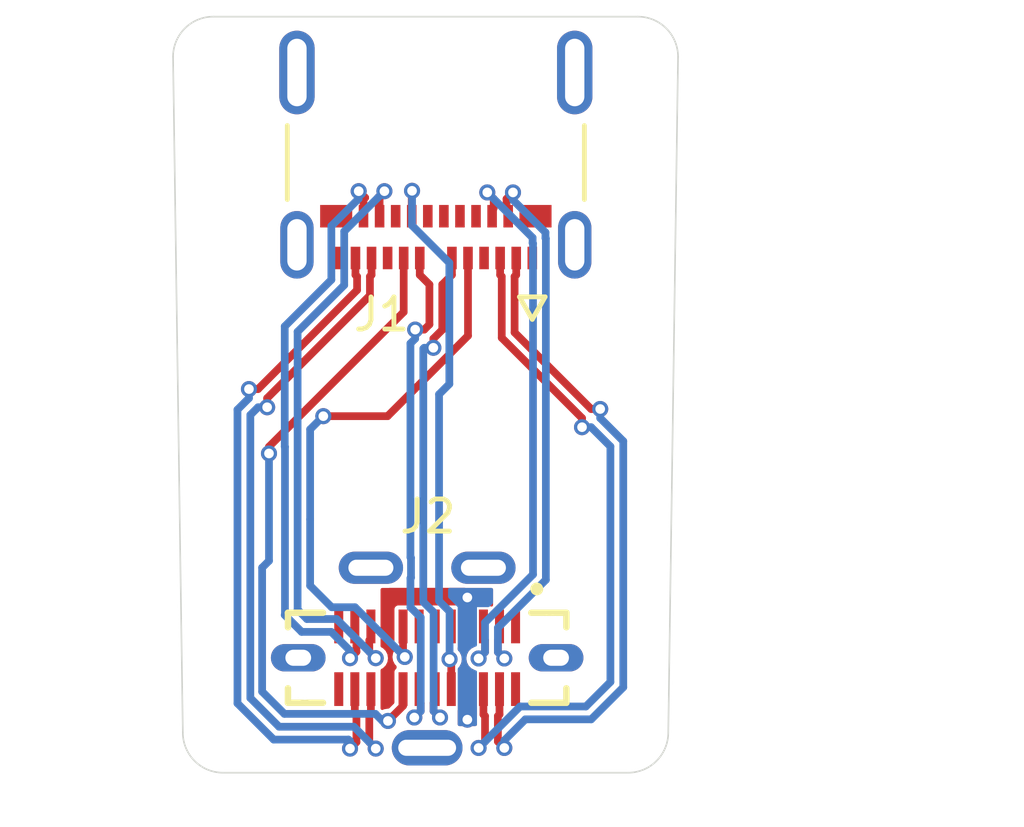
<source format=kicad_pcb>
(kicad_pcb (version 20240108) (generator "pcbnew") (generator_version "8.0")
  (layers (0 "F.Cu" signal) (31 "B.Cu" signal) (34 "B.Paste" user) (35 "F.Paste" user) (36 "B.SilkS" user "B.Silkscreen") (37 "F.SilkS" user "F.Silkscreen") (38 "B.Mask" user) (39 "F.Mask" user) (44 "Edge.Cuts" user))
  (net 0 "")
  (net 1 "/TX1-")
  (net 2 "/TX1+")
  (net 3 "/PC_B5")
  (net 4 "/VBUS")
  (net 5 "/RX1+")
  (net 6 "/GND")
  (net 8 "/RX2+")
  (net 10 "/TX2+")
  (net 11 "/PC_A5")
  (net 12 "/D-")
  (net 13 "/D+")
  (net 14 "/RX2-")
  (net 15 "/RX1-")
  (net 16 "/TX2-")
  (net 17 "/PC_A8")
  (footprint "JLC:GCT_USB4151-GF-C_REVA" (layer "F.Cu") (at 132.05 84.775)
    (property "Reference" "J2" (at 0.025 -4.395 0) (layer "F.SilkS"))
    (property "Value" "USB4151-GF-C_REVA")
    (fp_line (start -4.33 -1.4) (end -4.33 -0.95) (stroke (width 0.2)) (layer "F.SilkS"))
    (fp_line (start -4.33 0.95) (end -4.33 1.4) (stroke (width 0.2)) (layer "F.SilkS"))
    (fp_line (start -4.33 1.4) (end -3.24 1.4) (stroke (width 0.2)) (layer "F.SilkS"))
    (fp_line (start -3.24 -1.4) (end -4.33 -1.4) (stroke (width 0.2)) (layer "F.SilkS"))
    (fp_line (start 3.24 1.4) (end 4.33 1.4) (stroke (width 0.2)) (layer "F.SilkS"))
    (fp_line (start 4.33 -1.4) (end 3.24 -1.4) (stroke (width 0.2)) (layer "F.SilkS"))
    (fp_line (start 4.33 -0.95) (end 4.33 -1.4) (stroke (width 0.2)) (layer "F.SilkS"))
    (fp_line (start 4.33 1.4) (end 4.33 0.95) (stroke (width 0.2)) (layer "F.SilkS"))
    (fp_circle (center 3.41 -2.14) (end 3.51 -2.14) (stroke (width 0.2)) (fill none) (layer "F.SilkS"))
    (pad "" np_thru_hole circle (at -3.81 0.93) (size 0.75 0.75) (drill 0.75) (layers "*.Cu" "*.Mask"))
    (pad "" np_thru_hole circle (at 3.81 -0.92) (size 0.75 0.75) (drill 0.75) (layers "*.Cu" "*.Mask"))
    (pad "A1" smd rect (at 2.75 -0.975) (size 0.28 1.05) (layers "F.Cu" "F.Paste" "F.Mask") (net 6 "/GND"))
    (pad "A2" smd rect (at 2.25 -0.975) (size 0.28 1.05) (layers "F.Cu" "F.Paste" "F.Mask") (net 5 "/RX1+"))
    (pad "A3" smd rect (at 1.75 -0.975) (size 0.28 1.05) (layers "F.Cu" "F.Paste" "F.Mask") (net 15 "/RX1-"))
    (pad "A4" smd rect (at 1.25 -0.975) (size 0.28 1.05) (layers "F.Cu" "F.Paste" "F.Mask") (net 4 "/VBUS"))
    (pad "A5" smd rect (at 0.75 -0.975) (size 0.28 1.05) (layers "F.Cu" "F.Paste" "F.Mask"))
    (pad "A6" smd rect (at 0.25 -0.975) (size 0.28 1.05) (layers "F.Cu" "F.Paste" "F.Mask"))
    (pad "A7" smd rect (at -0.25 -0.975) (size 0.28 1.05) (layers "F.Cu" "F.Paste" "F.Mask"))
    (pad "A8" smd rect (at -0.75 -0.975) (size 0.28 1.05) (layers "F.Cu" "F.Paste" "F.Mask") (net 11 "/PC_A5"))
    (pad "A9" smd rect (at -1.25 -0.975) (size 0.28 1.05) (layers "F.Cu" "F.Paste" "F.Mask") (net 4 "/VBUS"))
    (pad "A10" smd rect (at -1.75 -0.975) (size 0.28 1.05) (layers "F.Cu" "F.Paste" "F.Mask") (net 16 "/TX2-"))
    (pad "A11" smd rect (at -2.25 -0.975) (size 0.28 1.05) (layers "F.Cu" "F.Paste" "F.Mask") (net 10 "/TX2+"))
    (pad "A12" smd rect (at -2.75 -0.975) (size 0.28 1.05) (layers "F.Cu" "F.Paste" "F.Mask") (net 6 "/GND"))
    (pad "B1" smd rect (at -2.75 0.975) (size 0.28 1.05) (layers "F.Cu" "F.Paste" "F.Mask") (net 6 "/GND"))
    (pad "B2" smd rect (at -2.25 0.975) (size 0.28 1.05) (layers "F.Cu" "F.Paste" "F.Mask") (net 8 "/RX2+"))
    (pad "B3" smd rect (at -1.75 0.975) (size 0.28 1.05) (layers "F.Cu" "F.Paste" "F.Mask") (net 14 "/RX2-"))
    (pad "B4" smd rect (at -1.25 0.975) (size 0.28 1.05) (layers "F.Cu" "F.Paste" "F.Mask") (net 4 "/VBUS"))
    (pad "B5" smd rect (at -0.75 0.975) (size 0.28 1.05) (layers "F.Cu" "F.Paste" "F.Mask") (net 17 "/PC_A8"))
    (pad "B6" smd rect (at -0.25 0.975) (size 0.28 1.05) (layers "F.Cu" "F.Paste" "F.Mask") (net 12 "/D-"))
    (pad "B7" smd rect (at 0.25 0.975) (size 0.28 1.05) (layers "F.Cu" "F.Paste" "F.Mask") (net 13 "/D+"))
    (pad "B8" smd rect (at 0.75 0.975) (size 0.28 1.05) (layers "F.Cu" "F.Paste" "F.Mask") (net 3 "/PC_B5"))
    (pad "B9" smd rect (at 1.25 0.975) (size 0.28 1.05) (layers "F.Cu" "F.Paste" "F.Mask") (net 4 "/VBUS"))
    (pad "B10" smd rect (at 1.75 0.975) (size 0.28 1.05) (layers "F.Cu" "F.Paste" "F.Mask") (net 1 "/TX1-"))
    (pad "B11" smd rect (at 2.25 0.975) (size 0.28 1.05) (layers "F.Cu" "F.Paste" "F.Mask") (net 2 "/TX1+"))
    (pad "B12" smd rect (at 2.75 0.975) (size 0.28 1.05) (layers "F.Cu" "F.Paste" "F.Mask") (net 6 "/GND"))
    (pad "S1" thru_hole oval (at -4.01 0) (size 1.7 0.85) (drill oval 0.8 0.5) (layers "*.Cu" "*.Mask") (net 6 "/GND"))
    (pad "S2" thru_hole oval (at -1.75 -2.8) (size 2 1) (drill oval 1.4 0.5) (layers "*.Cu" "*.Mask") (net 6 "/GND"))
    (pad "S3" thru_hole oval (at 1.75 -2.8) (size 2 1) (drill oval 1.4 0.5) (layers "*.Cu" "*.Mask") (net 6 "/GND"))
    (pad "S4" thru_hole oval (at 4.01 0) (size 1.7 0.85) (drill oval 0.8 0.5) (layers "*.Cu" "*.Mask") (net 6 "/GND"))
    (pad "S5" thru_hole oval (at 0 2.8) (size 2.2 1.1) (drill oval 1.8 0.5) (layers "*.Cu" "*.Mask") (net 6 "/GND"))
  )
  (footprint "JLC:MOLEX_1054500101" (layer "F.Cu") (at 132.32 64.8 180)
    (property "Reference" "J1" (at 1.685 -9.295 180) (layer "F.SilkS"))
    (property "Value" "1054500101")
    (fp_line (start 4.62 -3.42) (end 4.62 -5.72) (stroke (width 0.15)) (layer "F.SilkS"))
    (fp_line (start -2.6 -8.748) (end -3 -9.448) (stroke (width 0.15)) (layer "F.SilkS"))
    (fp_line (start -3 -9.448) (end -3.4 -8.748) (stroke (width 0.15)) (layer "F.SilkS"))
    (fp_line (start -3.4 -8.748) (end -2.6 -8.748) (stroke (width 0.15)) (layer "F.SilkS"))
    (fp_line (start -4.62 -3.42) (end -4.62 -5.72) (stroke (width 0.15)) (layer "F.SilkS"))
    (pad "A1" smd rect (at -3 -7.54 180) (size 0.298 0.7) (layers "F.Cu" "F.Paste") (net 6 "/GND"))
    (pad "A2" smd rect (at -2.5 -7.54 180) (size 0.298 0.7) (layers "F.Cu" "F.Paste") (net 2 "/TX1+"))
    (pad "A3" smd rect (at -2 -7.54 180) (size 0.298 0.7) (layers "F.Cu" "F.Paste") (net 1 "/TX1-"))
    (pad "A4" smd rect (at -1.5 -7.54 180) (size 0.298 0.7) (layers "F.Cu" "F.Paste") (net 4 "/VBUS"))
    (pad "A5" smd rect (at -1 -7.54 180) (size 0.298 0.7) (layers "F.Cu" "F.Paste") (net 11 "/PC_A5"))
    (pad "A6" smd rect (at -0.5 -7.54 180) (size 0.298 0.7) (layers "F.Cu" "F.Paste") (net 13 "/D+"))
    (pad "A7" smd rect (at 0.5 -7.54 180) (size 0.298 0.7) (layers "F.Cu" "F.Paste") (net 12 "/D-"))
    (pad "A8" smd rect (at 1 -7.54 180) (size 0.298 0.7) (layers "F.Cu" "F.Paste") (net 17 "/PC_A8"))
    (pad "A9" smd rect (at 1.5 -7.54 180) (size 0.298 0.7) (layers "F.Cu" "F.Paste") (net 4 "/VBUS"))
    (pad "A10" smd rect (at 2 -7.54 180) (size 0.298 0.7) (layers "F.Cu" "F.Paste") (net 14 "/RX2-"))
    (pad "A11" smd rect (at 2.5 -7.54 180) (size 0.298 0.7) (layers "F.Cu" "F.Paste") (net 8 "/RX2+"))
    (pad "A12" smd rect (at 3 -7.54 180) (size 0.298 0.7) (layers "F.Cu" "F.Paste") (net 6 "/GND"))
    (pad "B1" smd rect (at 3.1 -6.24 180) (size 0.998 0.7) (layers "F.Cu" "F.Paste") (net 6 "/GND"))
    (pad "B2" smd rect (at 2.25 -6.24 180) (size 0.298 0.7) (layers "F.Cu" "F.Paste") (net 10 "/TX2+"))
    (pad "B3" smd rect (at 1.75 -6.24 180) (size 0.298 0.7) (layers "F.Cu" "F.Paste") (net 16 "/TX2-"))
    (pad "B4" smd rect (at 1.25 -6.24 180) (size 0.298 0.7) (layers "F.Cu" "F.Paste") (net 4 "/VBUS"))
    (pad "B5" smd rect (at 0.75 -6.24 180) (size 0.298 0.7) (layers "F.Cu" "F.Paste") (net 3 "/PC_B5"))
    (pad "B6" smd rect (at 0.25 -6.24 180) (size 0.298 0.7) (layers "F.Cu" "F.Paste"))
    (pad "B7" smd rect (at -0.25 -6.24 180) (size 0.298 0.7) (layers "F.Cu" "F.Paste"))
    (pad "B8" smd rect (at -0.75 -6.24 180) (size 0.298 0.7) (layers "F.Cu" "F.Paste"))
    (pad "B9" smd rect (at -1.25 -6.24 180) (size 0.298 0.7) (layers "F.Cu" "F.Paste") (net 4 "/VBUS"))
    (pad "B10" smd rect (at -1.75 -6.24 180) (size 0.298 0.7) (layers "F.Cu" "F.Paste") (net 15 "/RX1-"))
    (pad "B11" smd rect (at -2.25 -6.24 180) (size 0.298 0.7) (layers "F.Cu" "F.Paste") (net 5 "/RX1+"))
    (pad "B12" smd rect (at -3.1 -6.24 180) (size 0.998 0.7) (layers "F.Cu" "F.Paste") (net 6 "/GND"))
    (pad "SH1" thru_hole oval (at -4.32 -7.13 180) (size 1.036 2.1) (drill oval 0.6 1.6) (layers "*.Cu" "*.Mask") (net 6 "/GND"))
    (pad "SH2" thru_hole oval (at 4.32 -7.13 180) (size 1.036 2.1) (drill oval 0.6 1.6) (layers "*.Cu" "*.Mask") (net 6 "/GND"))
    (pad "SH3" thru_hole oval (at -4.32 -1.77 180) (size 1.1 2.6) (drill oval 0.6 2.1) (layers "*.Cu" "*.Mask") (net 6 "/GND"))
    (pad "SH4" thru_hole oval (at 4.32 -1.77 180) (size 1.1 2.6) (drill oval 0.6 2.1) (layers "*.Cu" "*.Mask") (net 6 "/GND"))
  )
  (gr_arc (start 125.7 88.35) (mid 124.816117 87.983883) (end 124.45 87.1) (stroke (width 0.05)) (layer "Edge.Cuts"))
  (gr_arc (start 139.55 87.1) (mid 139.183883 87.983883) (end 138.3 88.35) (stroke (width 0.05)) (layer "Edge.Cuts"))
  (gr_line (start 139.854 66.083) (end 139.55 87.1) (stroke (width 0.05)) (layer "Edge.Cuts"))
  (gr_arc (start 138.604 64.833) (mid 139.487883 65.199117) (end 139.854 66.083) (stroke (width 0.05)) (layer "Edge.Cuts"))
  (gr_line (start 125.7 88.35) (end 138.3 88.35) (stroke (width 0.05)) (layer "Edge.Cuts"))
  (gr_line (start 125.396 64.833) (end 138.604 64.833) (stroke (width 0.05)) (layer "Edge.Cuts"))
  (gr_arc (start 124.146 66.083) (mid 124.512117 65.199117) (end 125.396 64.833) (stroke (width 0.05)) (layer "Edge.Cuts"))
  (gr_line (start 124.45 87.1) (end 124.146 66.083) (stroke (width 0.05)) (layer "Edge.Cuts"))
  (segment (start 136.867157 77.602843) (end 136.867157 77.32) (width 0.24) (layer "F.Cu") (net 1))
  (segment (start 133.85 86.587501) (end 133.85 87.38) (width 0.24) (layer "F.Cu") (net 1))
  (segment (start 133.85 87.38) (end 133.65 87.58) (width 0.24) (layer "F.Cu") (net 1))
  (segment (start 134.37 72.915001) (end 134.32 72.865001) (width 0.24) (layer "F.Cu") (net 1))
  (segment (start 133.8 85.75) (end 133.8 86.537501) (width 0.24) (layer "F.Cu") (net 1))
  (segment (start 133.8 86.537501) (end 133.85 86.587501) (width 0.24) (layer "F.Cu") (net 1))
  (segment (start 134.37 74.822843) (end 134.37 72.915001) (width 0.24) (layer "F.Cu") (net 1))
  (segment (start 136.867157 77.32) (end 134.37 74.822843) (width 0.24) (layer "F.Cu") (net 1))
  (segment (start 134.32 72.865001) (end 134.32 72.34) (width 0.24) (layer "F.Cu") (net 1))
  (via (at 133.65 87.58) (size 0.5) (drill 0.3) (layers "F.Cu" "B.Cu") (net 1))
  (via (at 136.867157 77.602843) (size 0.5) (drill 0.3) (layers "F.Cu" "B.Cu") (net 1))
  (segment (start 137.75 85.527156) (end 137.75 78.202843) (width 0.24) (layer "B.Cu") (net 1))
  (segment (start 137.75 78.202843) (end 137.15 77.602843) (width 0.24) (layer "B.Cu") (net 1))
  (segment (start 136.987156 86.29) (end 137.75 85.527156) (width 0.24) (layer "B.Cu") (net 1))
  (segment (start 134.94 86.29) (end 136.987156 86.29) (width 0.24) (layer "B.Cu") (net 1))
  (segment (start 137.15 77.602843) (end 136.867157 77.602843) (width 0.24) (layer "B.Cu") (net 1))
  (segment (start 133.65 87.58) (end 134.94 86.29) (width 0.24) (layer "B.Cu") (net 1))
  (segment (start 134.3 85.75) (end 134.3 86.537501) (width 0.24) (layer "F.Cu") (net 2))
  (segment (start 134.82 72.865001) (end 134.82 72.34) (width 0.24) (layer "F.Cu") (net 2))
  (segment (start 134.25 86.587501) (end 134.25 87.38) (width 0.24) (layer "F.Cu") (net 2))
  (segment (start 137.15 77.037157) (end 134.77 74.657157) (width 0.24) (layer "F.Cu") (net 2))
  (segment (start 134.25 87.38) (end 134.45 87.58) (width 0.24) (layer "F.Cu") (net 2))
  (segment (start 134.77 72.915001) (end 134.82 72.865001) (width 0.24) (layer "F.Cu") (net 2))
  (segment (start 134.77 74.657157) (end 134.77 72.915001) (width 0.24) (layer "F.Cu") (net 2))
  (segment (start 137.432843 77.037157) (end 137.15 77.037157) (width 0.24) (layer "F.Cu") (net 2))
  (segment (start 134.3 86.537501) (end 134.25 86.587501) (width 0.24) (layer "F.Cu") (net 2))
  (via (at 137.432843 77.037157) (size 0.5) (drill 0.3) (layers "F.Cu" "B.Cu") (net 2))
  (via (at 134.45 87.58) (size 0.5) (drill 0.3) (layers "F.Cu" "B.Cu") (net 2))
  (segment (start 137.432843 77.32) (end 137.432843 77.037157) (width 0.24) (layer "B.Cu") (net 2))
  (segment (start 137.152844 86.69) (end 138.15 85.692844) (width 0.24) (layer "B.Cu") (net 2))
  (segment (start 134.45 87.345686) (end 135.105686 86.69) (width 0.24) (layer "B.Cu") (net 2))
  (segment (start 135.105686 86.69) (end 137.152844 86.69) (width 0.24) (layer "B.Cu") (net 2))
  (segment (start 134.45 87.58) (end 134.45 87.345686) (width 0.24) (layer "B.Cu") (net 2))
  (segment (start 138.15 85.692844) (end 138.15 78.037157) (width 0.24) (layer "B.Cu") (net 2))
  (segment (start 138.15 78.037157) (end 137.432843 77.32) (width 0.24) (layer "B.Cu") (net 2))
  (segment (start 131.57 70.26) (end 131.58 70.25) (width 0.24) (layer "F.Cu") (net 3))
  (segment (start 132.8 84.873) (end 132.747 84.82) (width 0.24) (layer "F.Cu") (net 3))
  (segment (start 132.8 85.75) (end 132.8 84.873) (width 0.24) (layer "F.Cu") (net 3))
  (segment (start 131.57 71.04) (end 131.57 70.26) (width 0.24) (layer "F.Cu") (net 3))
  (via (at 131.58 70.25) (size 0.5) (drill 0.3) (layers "F.Cu" "B.Cu") (net 3))
  (via (at 132.747 84.82) (size 0.5) (drill 0.3) (layers "F.Cu" "B.Cu") (net 3))
  (segment (start 132.42 76.58) (end 132.42 83.00814) (width 0.24) (layer "B.Cu") (net 3))
  (segment (start 132.747 83.33514) (end 132.747 84.82) (width 0.24) (layer "B.Cu") (net 3))
  (segment (start 132.739843 72.489843) (end 132.739843 76.260157) (width 0.24) (layer "B.Cu") (net 3))
  (segment (start 132.42 83.00814) (end 132.747 83.33514) (width 0.24) (layer "B.Cu") (net 3))
  (segment (start 132.739843 76.260157) (end 132.42 76.58) (width 0.24) (layer "B.Cu") (net 3))
  (segment (start 131.58 70.25) (end 131.58 71.33) (width 0.24) (layer "B.Cu") (net 3))
  (segment (start 131.58 71.33) (end 132.739843 72.489843) (width 0.24) (layer "B.Cu") (net 3))
  (via (at 133.3 82.9) (size 0.5) (drill 0.3) (layers "F.Cu" "B.Cu") (net 4))
  (via (at 133.3 86.7) (size 0.5) (drill 0.3) (layers "F.Cu" "B.Cu") (net 4))
  (segment (start 134.3 84.185) (end 134.25 84.235) (width 0.24) (layer "F.Cu") (net 5))
  (segment (start 134.25 84.235) (end 134.25 84.596286) (width 0.24) (layer "F.Cu") (net 5))
  (segment (start 134.57 70.839) (end 134.52 70.789) (width 0.24) (layer "F.Cu") (net 5))
  (segment (start 134.57 71.04) (end 134.57 70.839) (width 0.24) (layer "F.Cu") (net 5))
  (segment (start 134.52 70.500506) (end 134.72 70.300506) (width 0.24) (layer "F.Cu") (net 5))
  (segment (start 134.3 83.8) (end 134.3 84.185) (width 0.24) (layer "F.Cu") (net 5))
  (segment (start 134.25 84.596286) (end 134.45 84.796286) (width 0.24) (layer "F.Cu") (net 5))
  (segment (start 134.52 70.789) (end 134.52 70.500506) (width 0.24) (layer "F.Cu") (net 5))
  (via (at 134.45 84.796286) (size 0.5) (drill 0.3) (layers "F.Cu" "B.Cu") (net 5))
  (via (at 134.72 70.300506) (size 0.5) (drill 0.3) (layers "F.Cu" "B.Cu") (net 5))
  (segment (start 135.73 71.54482) (end 134.72 70.53482) (width 0.24) (layer "B.Cu") (net 5))
  (segment (start 134.25 84.596286) (end 134.25 83.842844) (width 0.24) (layer "B.Cu") (net 5))
  (segment (start 135.742271 82.350573) (end 135.742271 71.732271) (width 0.24) (layer "B.Cu") (net 5))
  (segment (start 134.45 84.796286) (end 134.25 84.596286) (width 0.24) (layer "B.Cu") (net 5))
  (segment (start 135.742271 71.732271) (end 135.73 71.72) (width 0.24) (layer "B.Cu") (net 5))
  (segment (start 134.25 83.842844) (end 135.742271 82.350573) (width 0.24) (layer "B.Cu") (net 5))
  (segment (start 134.72 70.53482) (end 134.72 70.300506) (width 0.24) (layer "B.Cu") (net 5))
  (segment (start 135.73 71.72) (end 135.73 71.54482) (width 0.24) (layer "B.Cu") (net 5))
  (segment (start 126.507157 76.417157) (end 126.79 76.417157) (width 0.24) (layer "F.Cu") (net 8))
  (segment (start 129.82 72.865001) (end 129.82 72.34) (width 0.24) (layer "F.Cu") (net 8))
  (segment (start 126.79 76.417157) (end 129.87 73.337157) (width 0.24) (layer "F.Cu") (net 8))
  (segment (start 129.8 86.537501) (end 129.85 86.587501) (width 0.24) (layer "F.Cu") (net 8))
  (segment (start 129.85 86.587501) (end 129.85 87.4) (width 0.24) (layer "F.Cu") (net 8))
  (segment (start 129.87 72.915001) (end 129.82 72.865001) (width 0.24) (layer "F.Cu") (net 8))
  (segment (start 129.85 87.4) (end 129.65 87.6) (width 0.24) (layer "F.Cu") (net 8))
  (segment (start 129.87 73.337157) (end 129.87 72.915001) (width 0.24) (layer "F.Cu") (net 8))
  (segment (start 129.8 85.75) (end 129.8 86.537501) (width 0.24) (layer "F.Cu") (net 8))
  (via (at 129.65 87.6) (size 0.5) (drill 0.3) (layers "F.Cu" "B.Cu") (net 8))
  (via (at 126.507157 76.417157) (size 0.5) (drill 0.3) (layers "F.Cu" "B.Cu") (net 8))
  (segment (start 129.65 87.365686) (end 129.604314 87.32) (width 0.24) (layer "B.Cu") (net 8))
  (segment (start 129.65 87.6) (end 129.65 87.365686) (width 0.24) (layer "B.Cu") (net 8))
  (segment (start 126.15 77.057157) (end 126.507157 76.7) (width 0.24) (layer "B.Cu") (net 8))
  (segment (start 126.15 86.192844) (end 126.15 77.057157) (width 0.24) (layer "B.Cu") (net 8))
  (segment (start 126.507157 76.7) (end 126.507157 76.417157) (width 0.24) (layer "B.Cu") (net 8))
  (segment (start 129.604314 87.32) (end 127.277156 87.32) (width 0.24) (layer "B.Cu") (net 8))
  (segment (start 127.277156 87.32) (end 126.15 86.192844) (width 0.24) (layer "B.Cu") (net 8))
  (segment (start 130.12 70.464999) (end 130.12 70.461776) (width 0.24) (layer "F.Cu") (net 10))
  (segment (start 129.8 83.8) (end 129.8 84.185) (width 0.24) (layer "F.Cu") (net 10))
  (segment (start 130.07 70.514999) (end 130.12 70.464999) (width 0.24) (layer "F.Cu") (net 10))
  (segment (start 130.12 70.461776) (end 129.92 70.261776) (width 0.24) (layer "F.Cu") (net 10))
  (segment (start 129.85 84.587511) (end 129.65 84.787511) (width 0.24) (layer "F.Cu") (net 10))
  (segment (start 130.07 71.04) (end 130.07 70.514999) (width 0.24) (layer "F.Cu") (net 10))
  (segment (start 129.85 84.235) (end 129.85 84.587511) (width 0.24) (layer "F.Cu") (net 10))
  (segment (start 129.8 84.185) (end 129.85 84.235) (width 0.24) (layer "F.Cu") (net 10))
  (via (at 129.92 70.261776) (size 0.5) (drill 0.3) (layers "F.Cu" "B.Cu") (net 10))
  (via (at 129.65 84.787511) (size 0.5) (drill 0.3) (layers "F.Cu" "B.Cu") (net 10))
  (segment (start 127.62 83.444605) (end 127.627 83.437605) (width 0.24) (layer "B.Cu") (net 10))
  (segment (start 129.65 84.787511) (end 129.65 84.553197) (width 0.24) (layer "B.Cu") (net 10))
  (segment (start 129.07 71.34609) (end 129.92 70.49609) (width 0.24) (layer "B.Cu") (net 10))
  (segment (start 127.627 78.214135) (end 127.62 78.207135) (width 0.24) (layer "B.Cu") (net 10))
  (segment (start 127.62 78.207135) (end 127.62 74.467156) (width 0.24) (layer "B.Cu") (net 10))
  (segment (start 127.627 83.437605) (end 127.627 78.214135) (width 0.24) (layer "B.Cu") (net 10))
  (segment (start 129.92 70.49609) (end 129.92 70.261776) (width 0.24) (layer "B.Cu") (net 10))
  (segment (start 128.145395 83.97) (end 127.62 83.444605) (width 0.24) (layer "B.Cu") (net 10))
  (segment (start 129.066803 83.97) (end 128.145395 83.97) (width 0.24) (layer "B.Cu") (net 10))
  (segment (start 129.65 84.553197) (end 129.066803 83.97) (width 0.24) (layer "B.Cu") (net 10))
  (segment (start 127.62 74.467156) (end 129.07 73.017156) (width 0.24) (layer "B.Cu") (net 10))
  (segment (start 129.07 73.017156) (end 129.07 71.34609) (width 0.24) (layer "B.Cu") (net 10))
  (segment (start 131.3 83.8) (end 131.3 84.697) (width 0.24) (layer "F.Cu") (net 11))
  (segment (start 131.3 84.697) (end 131.353 84.75) (width 0.24) (layer "F.Cu") (net 11))
  (segment (start 133.32 74.758551) (end 133.32 72.34) (width 0.24) (layer "F.Cu") (net 11))
  (segment (start 130.818551 77.26) (end 133.32 74.758551) (width 0.24) (layer "F.Cu") (net 11))
  (segment (start 128.82 77.26) (end 130.818551 77.26) (width 0.24) (layer "F.Cu") (net 11))
  (via (at 131.353 84.75) (size 0.5) (drill 0.3) (layers "F.Cu" "B.Cu") (net 11))
  (via (at 128.82 77.26) (size 0.5) (drill 0.3) (layers "F.Cu" "B.Cu") (net 11))
  (segment (start 129.806 83.203) (end 129.080473 83.203) (width 0.24) (layer "B.Cu") (net 11))
  (segment (start 131.353 84.75) (end 129.806 83.203) (width 0.24) (layer "B.Cu") (net 11))
  (segment (start 128.41 77.67) (end 128.82 77.26) (width 0.24) (layer "B.Cu") (net 11))
  (segment (start 128.41 82.532527) (end 128.41 80.47) (width 0.24) (layer "B.Cu") (net 11))
  (segment (start 129.080473 83.203) (end 128.41 82.532527) (width 0.24) (layer "B.Cu") (net 11))
  (segment (start 128.41 80.47) (end 128.41 77.67) (width 0.24) (layer "B.Cu") (net 11))
  (segment (start 131.85 86.433) (end 131.65 86.633) (width 0.24) (layer "F.Cu") (net 12))
  (segment (start 132.12 74.407157) (end 132.12 73.165001) (width 0.24) (layer "F.Cu") (net 12))
  (segment (start 131.8 85.75) (end 131.8 86.135) (width 0.24) (layer "F.Cu") (net 12))
  (segment (start 131.96 74.567157) (end 132.12 74.407157) (width 0.24) (layer "F.Cu") (net 12))
  (segment (start 131.8 86.135) (end 131.85 86.185) (width 0.24) (layer "F.Cu") (net 12))
  (segment (start 131.82 72.865001) (end 131.82 72.34) (width 0.24) (layer "F.Cu") (net 12))
  (segment (start 131.677157 74.567157) (end 131.96 74.567157) (width 0.24) (layer "F.Cu") (net 12))
  (segment (start 132.12 73.165001) (end 131.82 72.865001) (width 0.24) (layer "F.Cu") (net 12))
  (segment (start 131.85 86.185) (end 131.85 86.433) (width 0.24) (layer "F.Cu") (net 12))
  (via (at 131.65 86.633) (size 0.5) (drill 0.3) (layers "F.Cu" "B.Cu") (net 12))
  (via (at 131.677157 74.567157) (size 0.5) (drill 0.3) (layers "F.Cu" "B.Cu") (net 12))
  (segment (start 131.547 81.665582) (end 131.53 81.648582) (width 0.24) (layer "B.Cu") (net 12))
  (segment (start 131.53 81.648582) (end 131.53 74.997157) (width 0.24) (layer "B.Cu") (net 12))
  (segment (start 131.85 83.522844) (end 131.53 83.202844) (width 0.24) (layer "B.Cu") (net 12))
  (segment (start 131.65 86.633) (end 131.85 86.433) (width 0.24) (layer "B.Cu") (net 12))
  (segment (start 131.547 82.284418) (end 131.547 81.665582) (width 0.24) (layer "B.Cu") (net 12))
  (segment (start 131.85 86.433) (end 131.85 83.522844) (width 0.24) (layer "B.Cu") (net 12))
  (segment (start 131.53 83.202844) (end 131.53 82.301418) (width 0.24) (layer "B.Cu") (net 12))
  (segment (start 131.53 74.997157) (end 131.677157 74.85) (width 0.24) (layer "B.Cu") (net 12))
  (segment (start 131.677157 74.85) (end 131.677157 74.567157) (width 0.24) (layer "B.Cu") (net 12))
  (segment (start 131.53 82.301418) (end 131.547 82.284418) (width 0.24) (layer "B.Cu") (net 12))
  (segment (start 132.25 86.185) (end 132.25 86.433) (width 0.24) (layer "F.Cu") (net 13))
  (segment (start 132.25 86.433) (end 132.45 86.633) (width 0.24) (layer "F.Cu") (net 13))
  (segment (start 132.52 74.572843) (end 132.52 73.165001) (width 0.24) (layer "F.Cu") (net 13))
  (segment (start 132.82 72.865001) (end 132.82 72.34) (width 0.24) (layer "F.Cu") (net 13))
  (segment (start 132.3 86.135) (end 132.25 86.185) (width 0.24) (layer "F.Cu") (net 13))
  (segment (start 132.3 85.75) (end 132.3 86.135) (width 0.24) (layer "F.Cu") (net 13))
  (segment (start 132.52 73.165001) (end 132.82 72.865001) (width 0.24) (layer "F.Cu") (net 13))
  (segment (start 132.242843 74.85) (end 132.52 74.572843) (width 0.24) (layer "F.Cu") (net 13))
  (segment (start 132.242843 75.132843) (end 132.242843 74.85) (width 0.24) (layer "F.Cu") (net 13))
  (via (at 132.45 86.633) (size 0.5) (drill 0.3) (layers "F.Cu" "B.Cu") (net 13))
  (via (at 132.242843 75.132843) (size 0.5) (drill 0.3) (layers "F.Cu" "B.Cu") (net 13))
  (segment (start 131.96 75.132843) (end 132.242843 75.132843) (width 0.24) (layer "B.Cu") (net 13))
  (segment (start 131.93 83.037156) (end 131.93 75.162843) (width 0.24) (layer "B.Cu") (net 13))
  (segment (start 131.93 75.162843) (end 131.96 75.132843) (width 0.24) (layer "B.Cu") (net 13))
  (segment (start 132.25 83.357156) (end 131.93 83.037156) (width 0.24) (layer "B.Cu") (net 13))
  (segment (start 132.25 86.433) (end 132.25 83.357156) (width 0.24) (layer "B.Cu") (net 13))
  (segment (start 132.45 86.633) (end 132.25 86.433) (width 0.24) (layer "B.Cu") (net 13))
  (segment (start 130.27 72.915001) (end 130.32 72.865001) (width 0.24) (layer "F.Cu") (net 14))
  (segment (start 127.072843 76.7) (end 130.27 73.502843) (width 0.24) (layer "F.Cu") (net 14))
  (segment (start 130.25 86.587501) (end 130.25 87.4) (width 0.24) (layer "F.Cu") (net 14))
  (segment (start 130.32 72.865001) (end 130.32 72.34) (width 0.24) (layer "F.Cu") (net 14))
  (segment (start 130.25 87.4) (end 130.45 87.6) (width 0.24) (layer "F.Cu") (net 14))
  (segment (start 127.072843 76.982843) (end 127.072843 76.7) (width 0.24) (layer "F.Cu") (net 14))
  (segment (start 130.3 86.537501) (end 130.25 86.587501) (width 0.24) (layer "F.Cu") (net 14))
  (segment (start 130.27 73.502843) (end 130.27 72.915001) (width 0.24) (layer "F.Cu") (net 14))
  (segment (start 130.3 85.75) (end 130.3 86.537501) (width 0.24) (layer "F.Cu") (net 14))
  (via (at 130.45 87.6) (size 0.5) (drill 0.3) (layers "F.Cu" "B.Cu") (net 14))
  (via (at 127.072843 76.982843) (size 0.5) (drill 0.3) (layers "F.Cu" "B.Cu") (net 14))
  (segment (start 130.45 87.6) (end 129.77 86.92) (width 0.24) (layer "B.Cu") (net 14))
  (segment (start 127.442844 86.92) (end 126.55 86.027156) (width 0.24) (layer "B.Cu") (net 14))
  (segment (start 126.55 86.027156) (end 126.55 77.222843) (width 0.24) (layer "B.Cu") (net 14))
  (segment (start 129.77 86.92) (end 127.442844 86.92) (width 0.24) (layer "B.Cu") (net 14))
  (segment (start 126.55 77.222843) (end 126.79 76.982843) (width 0.24) (layer "B.Cu") (net 14))
  (segment (start 126.79 76.982843) (end 127.072843 76.982843) (width 0.24) (layer "B.Cu") (net 14))
  (segment (start 133.85 84.596286) (end 133.65 84.796286) (width 0.24) (layer "F.Cu") (net 15))
  (segment (start 134.07 71.04) (end 134.07 70.839) (width 0.24) (layer "F.Cu") (net 15))
  (segment (start 133.8 84.185) (end 133.85 84.235) (width 0.24) (layer "F.Cu") (net 15))
  (segment (start 134.07 70.839) (end 134.12 70.789) (width 0.24) (layer "F.Cu") (net 15))
  (segment (start 133.85 84.235) (end 133.85 84.596286) (width 0.24) (layer "F.Cu") (net 15))
  (segment (start 133.8 83.8) (end 133.8 84.185) (width 0.24) (layer "F.Cu") (net 15))
  (segment (start 134.12 70.500506) (end 133.92 70.300506) (width 0.24) (layer "F.Cu") (net 15))
  (segment (start 134.12 70.789) (end 134.12 70.500506) (width 0.24) (layer "F.Cu") (net 15))
  (via (at 133.92 70.300506) (size 0.5) (drill 0.3) (layers "F.Cu" "B.Cu") (net 15))
  (via (at 133.65 84.796286) (size 0.5) (drill 0.3) (layers "F.Cu" "B.Cu") (net 15))
  (segment (start 135.342271 82.184885) (end 135.342271 71.885343) (width 0.24) (layer "B.Cu") (net 15))
  (segment (start 133.65 84.796286) (end 133.85 84.596286) (width 0.24) (layer "B.Cu") (net 15))
  (segment (start 135.33 71.873072) (end 135.33 71.710506) (width 0.24) (layer "B.Cu") (net 15))
  (segment (start 133.85 84.596286) (end 133.85 83.677156) (width 0.24) (layer "B.Cu") (net 15))
  (segment (start 133.85 83.677156) (end 135.342271 82.184885) (width 0.24) (layer "B.Cu") (net 15))
  (segment (start 135.33 71.710506) (end 133.92 70.300506) (width 0.24) (layer "B.Cu") (net 15))
  (segment (start 135.342271 71.885343) (end 135.33 71.873072) (width 0.24) (layer "B.Cu") (net 15))
  (segment (start 130.3 84.185) (end 130.25 84.235) (width 0.24) (layer "F.Cu") (net 16))
  (segment (start 130.3 83.8) (end 130.3 84.185) (width 0.24) (layer "F.Cu") (net 16))
  (segment (start 130.25 84.587511) (end 130.45 84.787511) (width 0.24) (layer "F.Cu") (net 16))
  (segment (start 130.52 70.461776) (end 130.72 70.261776) (width 0.24) (layer "F.Cu") (net 16))
  (segment (start 130.57 70.514999) (end 130.52 70.464999) (width 0.24) (layer "F.Cu") (net 16))
  (segment (start 130.52 70.464999) (end 130.52 70.461776) (width 0.24) (layer "F.Cu") (net 16))
  (segment (start 130.25 84.235) (end 130.25 84.587511) (width 0.24) (layer "F.Cu") (net 16))
  (segment (start 130.57 71.04) (end 130.57 70.514999) (width 0.24) (layer "F.Cu") (net 16))
  (via (at 130.45 84.787511) (size 0.5) (drill 0.3) (layers "F.Cu" "B.Cu") (net 16))
  (via (at 130.72 70.261776) (size 0.5) (drill 0.3) (layers "F.Cu" "B.Cu") (net 16))
  (segment (start 128.311083 83.57) (end 128.02 83.278917) (width 0.24) (layer "B.Cu") (net 16))
  (segment (start 128.02 74.632844) (end 129.47 73.182844) (width 0.24) (layer "B.Cu") (net 16))
  (segment (start 129.47 71.511776) (end 130.72 70.261776) (width 0.24) (layer "B.Cu") (net 16))
  (segment (start 128.02 83.278917) (end 128.02 74.632844) (width 0.24) (layer "B.Cu") (net 16))
  (segment (start 129.232489 83.57) (end 128.311083 83.57) (width 0.24) (layer "B.Cu") (net 16))
  (segment (start 130.45 84.787511) (end 129.232489 83.57) (width 0.24) (layer "B.Cu") (net 16))
  (segment (start 129.47 73.182844) (end 129.47 71.511776) (width 0.24) (layer "B.Cu") (net 16))
  (segment (start 131.3 85.75) (end 131.3 86.27) (width 0.24) (layer "F.Cu") (net 17))
  (segment (start 131.32 74.02) (end 131.32 72.34) (width 0.24) (layer "F.Cu") (net 17))
  (segment (start 127.13 78.42) (end 127.13 78.21) (width 0.24) (layer "F.Cu") (net 17))
  (segment (start 127.13 78.21) (end 131.32 74.02) (width 0.24) (layer "F.Cu") (net 17))
  (segment (start 131.3 86.27) (end 130.83 86.74) (width 0.24) (layer "F.Cu") (net 17))
  (via (at 130.83 86.74) (size 0.5) (drill 0.3) (layers "F.Cu" "B.Cu") (net 17))
  (via (at 127.13 78.42) (size 0.5) (drill 0.3) (layers "F.Cu" "B.Cu") (net 17))
  (segment (start 130.66 86.74) (end 130.44 86.52) (width 0.24) (layer "B.Cu") (net 17))
  (segment (start 130.83 86.74) (end 130.66 86.74) (width 0.24) (layer "B.Cu") (net 17))
  (segment (start 126.917 81.973) (end 127.13 81.76) (width 0.24) (layer "B.Cu") (net 17))
  (segment (start 127.13 81.76) (end 127.13 78.42) (width 0.24) (layer "B.Cu") (net 17))
  (segment (start 130.44 86.52) (end 127.61 86.52) (width 0.24) (layer "B.Cu") (net 17))
  (segment (start 127.61 86.52) (end 126.917 85.827) (width 0.24) (layer "B.Cu") (net 17))
  (segment (start 126.917 85.827) (end 126.917 81.973) (width 0.24) (layer "B.Cu") (net 17))
  (zone (net 4) (net_name "/VBUS") (layer "F.Cu") (priority 2) (connect_pads yes (clearance 0.1)) (min_thickness 0.1) (fill yes (thermal_gap 0.5) (thermal_bridge_width 0.5))
    (polygon (pts (xy 134.1 83.2) (xy 133.6 83.2) (xy 133.6 86.9) (xy 133 86.9) (xy 133 83.2) (xy 131.1 83.2) (xy 131.1 86.4) (xy 130.6 86.4) (xy 130.6 82.6) (xy 133.6 82.6) (xy 134.1 82.6)))
  )
  (zone (net 4) (net_name "/VBUS") (layer "B.Cu") (priority 1) (connect_pads yes (clearance 0.1)) (min_thickness 0.1) (fill yes (thermal_gap 0.5) (thermal_bridge_width 0.5))
    (polygon (pts (xy 134.1 82.6) (xy 134.1 83.2) (xy 133.6 83.2) (xy 133.6 86.9) (xy 133 86.9) (xy 133 83.2) (xy 132.7 82.9) (xy 132.7 82.6)))
  )
)
</source>
